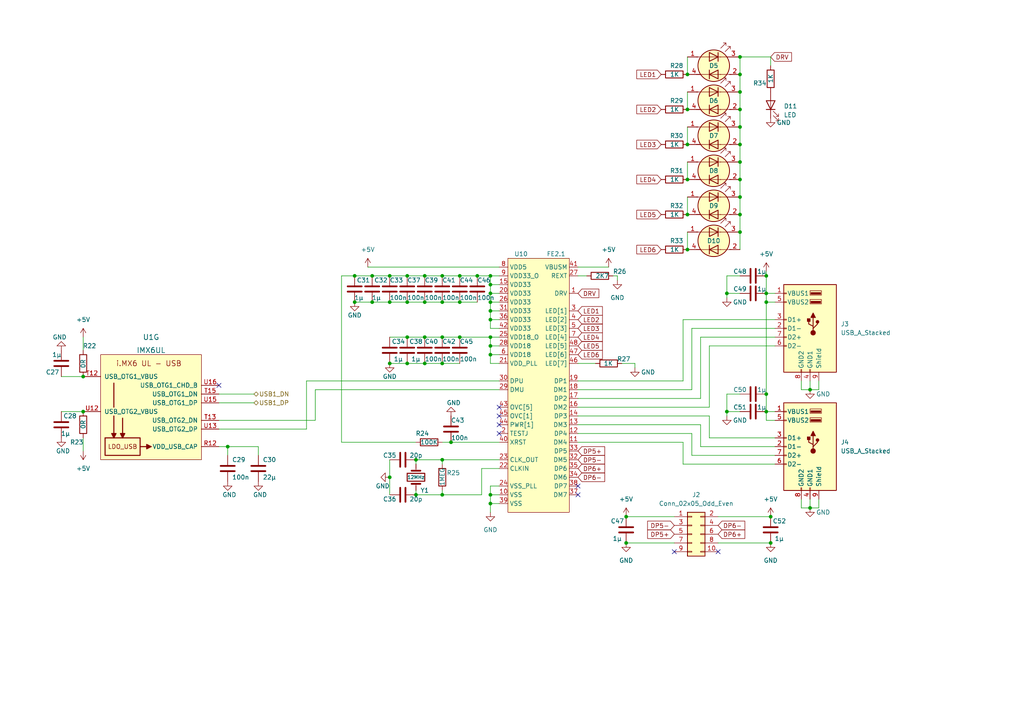
<source format=kicad_sch>
(kicad_sch (version 20211123) (generator eeschema)
  (paper "A4")
  (junction (at 222.25 114.3))
  (junction (at 123.19 80.01))
  (junction (at 133.35 87.63))
  (junction (at 214.63 36.83))
  (junction (at 118.11 97.79))
  (junction (at 222.25 119.38))
  (junction (at 123.19 87.63))
  (junction (at 142.24 92.71))
  (junction (at 214.63 16.51))
  (junction (at 142.24 100.33))
  (junction (at 128.27 97.79))
  (junction (at 130.81 128.27))
  (junction (at 199.39 41.91))
  (junction (at 142.24 102.87))
  (junction (at 107.95 87.63))
  (junction (at 142.24 90.17))
  (junction (at 214.63 26.67))
  (junction (at 222.25 80.01))
  (junction (at 128.27 80.01))
  (junction (at 222.25 85.09))
  (junction (at 199.39 52.07))
  (junction (at 223.52 157.48))
  (junction (at 142.24 85.09))
  (junction (at 138.43 80.01))
  (junction (at 128.27 133.35))
  (junction (at 234.95 147.32))
  (junction (at 118.11 87.63))
  (junction (at 113.03 87.63))
  (junction (at 223.52 149.86))
  (junction (at 214.63 52.07))
  (junction (at 24.13 109.22))
  (junction (at 199.39 62.23))
  (junction (at 128.27 105.41))
  (junction (at 214.63 67.31))
  (junction (at 118.11 105.41))
  (junction (at 181.61 149.86))
  (junction (at 214.63 31.75))
  (junction (at 102.87 87.63))
  (junction (at 210.82 119.38))
  (junction (at 142.24 97.79))
  (junction (at 113.03 80.01))
  (junction (at 123.19 97.79))
  (junction (at 118.11 80.01))
  (junction (at 214.63 57.15))
  (junction (at 142.24 82.55))
  (junction (at 214.63 21.59))
  (junction (at 120.65 143.51))
  (junction (at 214.63 62.23))
  (junction (at 133.35 97.79))
  (junction (at 113.03 138.43))
  (junction (at 210.82 85.09))
  (junction (at 66.04 129.54))
  (junction (at 128.27 143.51))
  (junction (at 142.24 87.63))
  (junction (at 142.24 143.51))
  (junction (at 24.13 119.38))
  (junction (at 142.24 80.01))
  (junction (at 214.63 46.99))
  (junction (at 123.19 105.41))
  (junction (at 102.87 80.01))
  (junction (at 199.39 21.59))
  (junction (at 113.03 105.41))
  (junction (at 142.24 146.05))
  (junction (at 222.25 87.63))
  (junction (at 199.39 72.39))
  (junction (at 199.39 31.75))
  (junction (at 181.61 157.48))
  (junction (at 133.35 80.01))
  (junction (at 214.63 41.91))
  (junction (at 107.95 80.01))
  (junction (at 234.95 113.03))
  (junction (at 120.65 133.35))
  (junction (at 128.27 87.63))
  (no_connect (at 167.64 143.51))
  (no_connect (at 63.5 111.76))
  (no_connect (at 167.64 140.97))
  (no_connect (at 144.78 123.19))
  (no_connect (at 144.78 120.65))
  (no_connect (at 144.78 118.11))
  (no_connect (at 208.28 160.02))
  (no_connect (at 195.58 160.02))
  (no_connect (at 144.78 125.73))
  (wire (pts (xy 199.39 46.99) (xy 199.39 52.07)))
  (wire (pts (xy 222.25 80.01) (xy 222.25 85.09)))
  (wire (pts (xy 24.13 130.81) (xy 24.13 127)))
  (wire (pts (xy 167.64 118.11) (xy 205.74 118.11)))
  (wire (pts (xy 199.39 26.67) (xy 199.39 31.75)))
  (wire (pts (xy 118.11 97.79) (xy 123.19 97.79)))
  (wire (pts (xy 107.95 87.63) (xy 102.87 87.63)))
  (wire (pts (xy 214.63 67.31) (xy 214.63 72.39)))
  (wire (pts (xy 214.63 21.59) (xy 214.63 26.67)))
  (wire (pts (xy 118.11 80.01) (xy 123.19 80.01)))
  (wire (pts (xy 128.27 133.35) (xy 128.27 134.62)))
  (wire (pts (xy 167.64 77.47) (xy 176.53 77.47)))
  (wire (pts (xy 167.64 80.01) (xy 170.18 80.01)))
  (wire (pts (xy 139.7 143.51) (xy 128.27 143.51)))
  (wire (pts (xy 142.24 102.87) (xy 142.24 105.41)))
  (wire (pts (xy 123.19 87.63) (xy 118.11 87.63)))
  (wire (pts (xy 142.24 95.25) (xy 142.24 92.71)))
  (wire (pts (xy 203.2 97.79) (xy 224.79 97.79)))
  (wire (pts (xy 142.24 90.17) (xy 142.24 87.63)))
  (wire (pts (xy 142.24 82.55) (xy 142.24 80.01)))
  (wire (pts (xy 63.5 121.92) (xy 91.44 121.92)))
  (wire (pts (xy 177.8 80.01) (xy 179.07 80.01)))
  (wire (pts (xy 205.74 118.11) (xy 205.74 100.33)))
  (wire (pts (xy 128.27 133.35) (xy 120.65 133.35)))
  (wire (pts (xy 142.24 146.05) (xy 144.78 146.05)))
  (wire (pts (xy 199.39 16.51) (xy 199.39 21.59)))
  (wire (pts (xy 128.27 80.01) (xy 133.35 80.01)))
  (wire (pts (xy 184.15 105.41) (xy 184.15 106.68)))
  (wire (pts (xy 200.66 125.73) (xy 200.66 132.08)))
  (wire (pts (xy 142.24 100.33) (xy 144.78 100.33)))
  (wire (pts (xy 142.24 82.55) (xy 144.78 82.55)))
  (wire (pts (xy 138.43 80.01) (xy 142.24 80.01)))
  (wire (pts (xy 142.24 105.41) (xy 144.78 105.41)))
  (wire (pts (xy 222.25 121.92) (xy 224.79 121.92)))
  (wire (pts (xy 222.25 85.09) (xy 222.25 87.63)))
  (wire (pts (xy 214.63 36.83) (xy 214.63 41.91)))
  (wire (pts (xy 99.06 80.01) (xy 102.87 80.01)))
  (wire (pts (xy 128.27 105.41) (xy 133.35 105.41)))
  (wire (pts (xy 99.06 128.27) (xy 120.65 128.27)))
  (wire (pts (xy 142.24 92.71) (xy 144.78 92.71)))
  (wire (pts (xy 232.41 110.49) (xy 232.41 113.03)))
  (wire (pts (xy 198.12 110.49) (xy 198.12 92.71)))
  (wire (pts (xy 199.39 57.15) (xy 199.39 62.23)))
  (wire (pts (xy 144.78 95.25) (xy 142.24 95.25)))
  (wire (pts (xy 142.24 87.63) (xy 142.24 85.09)))
  (wire (pts (xy 210.82 114.3) (xy 210.82 119.38)))
  (wire (pts (xy 118.11 87.63) (xy 113.03 87.63)))
  (wire (pts (xy 200.66 132.08) (xy 224.79 132.08)))
  (wire (pts (xy 128.27 133.35) (xy 144.78 133.35)))
  (wire (pts (xy 144.78 135.89) (xy 139.7 135.89)))
  (wire (pts (xy 222.25 85.09) (xy 224.79 85.09)))
  (wire (pts (xy 203.2 129.54) (xy 203.2 123.19)))
  (wire (pts (xy 234.95 144.78) (xy 234.95 147.32)))
  (wire (pts (xy 66.04 129.54) (xy 66.04 132.08)))
  (wire (pts (xy 128.27 87.63) (xy 123.19 87.63)))
  (wire (pts (xy 200.66 113.03) (xy 200.66 95.25)))
  (wire (pts (xy 102.87 80.01) (xy 107.95 80.01)))
  (wire (pts (xy 63.5 124.46) (xy 88.9 124.46)))
  (wire (pts (xy 214.63 62.23) (xy 214.63 67.31)))
  (wire (pts (xy 203.2 115.57) (xy 203.2 97.79)))
  (wire (pts (xy 198.12 134.62) (xy 198.12 128.27)))
  (wire (pts (xy 91.44 113.03) (xy 91.44 121.92)))
  (wire (pts (xy 142.24 92.71) (xy 142.24 90.17)))
  (wire (pts (xy 222.25 78.74) (xy 222.25 80.01)))
  (wire (pts (xy 142.24 143.51) (xy 144.78 143.51)))
  (wire (pts (xy 222.25 119.38) (xy 222.25 121.92)))
  (wire (pts (xy 142.24 80.01) (xy 144.78 80.01)))
  (wire (pts (xy 133.35 97.79) (xy 142.24 97.79)))
  (wire (pts (xy 210.82 119.38) (xy 210.82 120.65)))
  (wire (pts (xy 205.74 127) (xy 224.79 127)))
  (wire (pts (xy 181.61 157.48) (xy 195.58 157.48)))
  (wire (pts (xy 130.81 128.27) (xy 144.78 128.27)))
  (wire (pts (xy 167.64 113.03) (xy 200.66 113.03)))
  (wire (pts (xy 223.52 16.51) (xy 223.52 19.05)))
  (wire (pts (xy 210.82 85.09) (xy 210.82 86.36)))
  (wire (pts (xy 113.03 80.01) (xy 118.11 80.01)))
  (wire (pts (xy 113.03 138.43) (xy 113.03 143.51)))
  (wire (pts (xy 123.19 80.01) (xy 128.27 80.01)))
  (wire (pts (xy 234.95 110.49) (xy 234.95 113.03)))
  (wire (pts (xy 128.27 143.51) (xy 120.65 143.51)))
  (wire (pts (xy 106.68 77.47) (xy 144.78 77.47)))
  (wire (pts (xy 222.25 87.63) (xy 222.25 114.3)))
  (wire (pts (xy 139.7 135.89) (xy 139.7 143.51)))
  (wire (pts (xy 198.12 92.71) (xy 224.79 92.71)))
  (wire (pts (xy 214.63 41.91) (xy 214.63 46.99)))
  (wire (pts (xy 63.5 129.54) (xy 66.04 129.54)))
  (wire (pts (xy 237.49 147.32) (xy 237.49 144.78)))
  (wire (pts (xy 66.04 129.54) (xy 74.93 129.54)))
  (wire (pts (xy 214.63 46.99) (xy 214.63 52.07)))
  (wire (pts (xy 199.39 36.83) (xy 199.39 41.91)))
  (wire (pts (xy 179.07 80.01) (xy 179.07 81.28)))
  (wire (pts (xy 234.95 113.03) (xy 237.49 113.03)))
  (wire (pts (xy 167.64 110.49) (xy 198.12 110.49)))
  (wire (pts (xy 144.78 140.97) (xy 142.24 140.97)))
  (wire (pts (xy 24.13 97.79) (xy 24.13 101.6)))
  (wire (pts (xy 142.24 143.51) (xy 142.24 146.05)))
  (wire (pts (xy 113.03 105.41) (xy 118.11 105.41)))
  (wire (pts (xy 232.41 147.32) (xy 234.95 147.32)))
  (wire (pts (xy 232.41 113.03) (xy 234.95 113.03)))
  (wire (pts (xy 74.93 132.08) (xy 74.93 129.54)))
  (wire (pts (xy 113.03 97.79) (xy 118.11 97.79)))
  (wire (pts (xy 210.82 80.01) (xy 210.82 85.09)))
  (wire (pts (xy 120.65 142.24) (xy 120.65 143.51)))
  (wire (pts (xy 214.63 114.3) (xy 210.82 114.3)))
  (wire (pts (xy 142.24 146.05) (xy 142.24 148.59)))
  (wire (pts (xy 208.28 157.48) (xy 223.52 157.48)))
  (wire (pts (xy 214.63 85.09) (xy 210.82 85.09)))
  (wire (pts (xy 198.12 134.62) (xy 224.79 134.62)))
  (wire (pts (xy 142.24 140.97) (xy 142.24 143.51)))
  (wire (pts (xy 128.27 128.27) (xy 130.81 128.27)))
  (wire (pts (xy 142.24 97.79) (xy 142.24 100.33)))
  (wire (pts (xy 198.12 128.27) (xy 167.64 128.27)))
  (wire (pts (xy 214.63 52.07) (xy 214.63 57.15)))
  (wire (pts (xy 133.35 80.01) (xy 138.43 80.01)))
  (wire (pts (xy 205.74 120.65) (xy 205.74 127)))
  (wire (pts (xy 222.25 114.3) (xy 222.25 119.38)))
  (wire (pts (xy 142.24 85.09) (xy 142.24 82.55)))
  (wire (pts (xy 214.63 26.67) (xy 214.63 31.75)))
  (wire (pts (xy 167.64 105.41) (xy 172.72 105.41)))
  (wire (pts (xy 167.64 120.65) (xy 205.74 120.65)))
  (wire (pts (xy 138.43 87.63) (xy 133.35 87.63)))
  (wire (pts (xy 214.63 119.38) (xy 210.82 119.38)))
  (wire (pts (xy 142.24 85.09) (xy 144.78 85.09)))
  (wire (pts (xy 142.24 87.63) (xy 144.78 87.63)))
  (wire (pts (xy 214.63 80.01) (xy 210.82 80.01)))
  (wire (pts (xy 234.95 147.32) (xy 237.49 147.32)))
  (wire (pts (xy 128.27 97.79) (xy 133.35 97.79)))
  (wire (pts (xy 222.25 119.38) (xy 224.79 119.38)))
  (wire (pts (xy 222.25 87.63) (xy 224.79 87.63)))
  (wire (pts (xy 167.64 115.57) (xy 203.2 115.57)))
  (wire (pts (xy 181.61 149.86) (xy 195.58 149.86)))
  (wire (pts (xy 128.27 142.24) (xy 128.27 143.51)))
  (wire (pts (xy 214.63 16.51) (xy 223.52 16.51)))
  (wire (pts (xy 144.78 113.03) (xy 91.44 113.03)))
  (wire (pts (xy 144.78 110.49) (xy 88.9 110.49)))
  (wire (pts (xy 107.95 80.01) (xy 113.03 80.01)))
  (wire (pts (xy 144.78 97.79) (xy 142.24 97.79)))
  (wire (pts (xy 133.35 87.63) (xy 128.27 87.63)))
  (wire (pts (xy 214.63 31.75) (xy 214.63 36.83)))
  (wire (pts (xy 113.03 133.35) (xy 113.03 138.43)))
  (wire (pts (xy 123.19 105.41) (xy 128.27 105.41)))
  (wire (pts (xy 199.39 67.31) (xy 199.39 72.39)))
  (wire (pts (xy 214.63 57.15) (xy 214.63 62.23)))
  (wire (pts (xy 203.2 123.19) (xy 167.64 123.19)))
  (wire (pts (xy 113.03 87.63) (xy 107.95 87.63)))
  (wire (pts (xy 99.06 128.27) (xy 99.06 80.01)))
  (wire (pts (xy 208.28 149.86) (xy 223.52 149.86)))
  (wire (pts (xy 63.5 114.3) (xy 73.66 114.3)))
  (wire (pts (xy 120.65 133.35) (xy 120.65 134.62)))
  (wire (pts (xy 203.2 129.54) (xy 224.79 129.54)))
  (wire (pts (xy 142.24 90.17) (xy 144.78 90.17)))
  (wire (pts (xy 123.19 97.79) (xy 128.27 97.79)))
  (wire (pts (xy 17.78 119.38) (xy 24.13 119.38)))
  (wire (pts (xy 237.49 113.03) (xy 237.49 110.49)))
  (wire (pts (xy 63.5 116.84) (xy 73.66 116.84)))
  (wire (pts (xy 88.9 110.49) (xy 88.9 124.46)))
  (wire (pts (xy 200.66 95.25) (xy 224.79 95.25)))
  (wire (pts (xy 180.34 105.41) (xy 184.15 105.41)))
  (wire (pts (xy 232.41 144.78) (xy 232.41 147.32)))
  (wire (pts (xy 142.24 102.87) (xy 144.78 102.87)))
  (wire (pts (xy 118.11 105.41) (xy 123.19 105.41)))
  (wire (pts (xy 214.63 16.51) (xy 214.63 21.59)))
  (wire (pts (xy 17.78 109.22) (xy 24.13 109.22)))
  (wire (pts (xy 167.64 125.73) (xy 200.66 125.73)))
  (wire (pts (xy 142.24 100.33) (xy 142.24 102.87)))
  (wire (pts (xy 205.74 100.33) (xy 224.79 100.33)))
  (global_label "LED2" (shape input) (at 191.77 31.75 180) (property "Intersheet References" "${INTERSHEET_REFS}" (effects hide)))
  (global_label "DRV" (shape input) (at 223.52 16.51 0) (property "Intersheet References" "${INTERSHEET_REFS}" (effects hide)))
  (global_label "DP6+" (shape input) (at 167.64 135.89 0) (property "Intersheet References" "${INTERSHEET_REFS}" (effects hide)))
  (global_label "LED2" (shape input) (at 167.64 92.71 0) (property "Intersheet References" "${INTERSHEET_REFS}" (effects hide)))
  (global_label "DP6-" (shape input) (at 208.28 152.4 0) (property "Intersheet References" "${INTERSHEET_REFS}" (effects hide)))
  (global_label "LED6" (shape input) (at 167.64 102.87 0) (property "Intersheet References" "${INTERSHEET_REFS}" (effects hide)))
  (global_label "LED3" (shape input) (at 167.64 95.25 0) (property "Intersheet References" "${INTERSHEET_REFS}" (effects hide)))
  (global_label "LED3" (shape input) (at 191.77 41.91 180) (property "Intersheet References" "${INTERSHEET_REFS}" (effects hide)))
  (global_label "DP5-" (shape input) (at 167.64 133.35 0) (property "Intersheet References" "${INTERSHEET_REFS}" (effects hide)))
  (global_label "LED4" (shape input) (at 167.64 97.79 0) (property "Intersheet References" "${INTERSHEET_REFS}" (effects hide)))
  (global_label "LED6" (shape input) (at 191.77 72.39 180) (property "Intersheet References" "${INTERSHEET_REFS}" (effects hide)))
  (global_label "LED5" (shape input) (at 167.64 100.33 0) (property "Intersheet References" "${INTERSHEET_REFS}" (effects hide)))
  (global_label "DP6-" (shape input) (at 167.64 138.43 0) (property "Intersheet References" "${INTERSHEET_REFS}" (effects hide)))
  (global_label "DP5-" (shape input) (at 195.58 152.4 180) (property "Intersheet References" "${INTERSHEET_REFS}" (effects hide)))
  (global_label "DP6+" (shape input) (at 208.28 154.94 0) (property "Intersheet References" "${INTERSHEET_REFS}" (effects hide)))
  (global_label "LED5" (shape input) (at 191.77 62.23 180) (property "Intersheet References" "${INTERSHEET_REFS}" (effects hide)))
  (global_label "LED1" (shape input) (at 167.64 90.17 0) (property "Intersheet References" "${INTERSHEET_REFS}" (effects hide)))
  (global_label "DP5+" (shape input) (at 195.58 154.94 180) (property "Intersheet References" "${INTERSHEET_REFS}" (effects hide)))
  (global_label "DP5+" (shape input) (at 167.64 130.81 0) (property "Intersheet References" "${INTERSHEET_REFS}" (effects hide)))
  (global_label "DRV" (shape input) (at 167.64 85.09 0) (property "Intersheet References" "${INTERSHEET_REFS}" (effects hide)))
  (global_label "LED4" (shape input) (at 191.77 52.07 180) (property "Intersheet References" "${INTERSHEET_REFS}" (effects hide)))
  (global_label "LED1" (shape input) (at 191.77 21.59 180) (property "Intersheet References" "${INTERSHEET_REFS}" (effects hide)))
  (hierarchical_label "USB1_DN" (shape bidirectional) (at 73.66 114.3 0))
  (hierarchical_label "USB1_DP" (shape bidirectional) (at 73.66 116.84 0))
  (symbol (lib_id "Device:R") (at 24.13 105.41 180) (unit 1)
    (property "Reference" "R22" (at 27.94 100.33 0) (effects (justify left)))
    (property "Value" "0R" (at 24.13 104.14 90) (effects (justify left)))
    (property "Footprint" "Resistor_SMD:R_0402_1005Metric" (effects hide))
  )
  (symbol (lib_id "Device:C") (at 113.03 101.6 0) (unit 1)
    (property "Reference" "C34" (at 115.57 99.06 0))
    (property "Value" "1µ" (at 115.57 104.14 0))
    (property "Footprint" "Capacitor_SMD:C_0402_1005Metric" (effects hide))
    (property "LCSC" "C5142580" (effects hide))
  )
  (symbol (lib_id "Device:R") (at 195.58 52.07 270) (unit 1)
    (property "Reference" "R31" (at 194.31 49.53 90) (effects (justify left)))
    (property "Value" "1K" (at 194.31 52.07 90) (effects (justify left)))
    (property "Footprint" "Resistor_SMD:R_0402_1005Metric" (effects hide))
  )
  (symbol (lib_id "TheBrutzlers_Lib:LED_Dual_LED") (at 207.01 59.69 0) (unit 1)
    (property "Reference" "D9" (at 207.01 59.69 0))
    (property "Value" "LED_Dual_LED" (effects hide))
    (property "Footprint" "TheBrutzlers_Lib:DUAL_LED_0603" (effects hide))
    (property "LCSC" "C364568" (effects hide))
  )
  (symbol (lib_id "power:GND") (at 113.03 105.41 0) (unit 1)
    (property "Reference" "#PWR057" (effects hide))
    (property "Value" "GND" (at 113.03 109.22 0))
  )
  (symbol (lib_id "Device:C") (at 138.43 83.82 0) (unit 1)
    (property "Reference" "C46" (at 138.43 81.28 0) (effects (justify left)))
    (property "Value" "100n" (at 138.43 86.36 0) (effects (justify left)))
    (property "Footprint" "Capacitor_SMD:C_0402_1005Metric" (effects hide))
    (property "LCSC" "C83056" (effects hide))
  )
  (symbol (lib_id "power:GND") (at 234.95 113.03 0) (unit 1)
    (property "Reference" "#PWR072" (effects hide))
    (property "Value" "GND" (at 238.76 114.3 0))
  )
  (symbol (lib_id "Device:R") (at 195.58 31.75 270) (unit 1)
    (property "Reference" "R29" (at 194.31 29.21 90) (effects (justify left)))
    (property "Value" "1K" (at 194.31 31.75 90) (effects (justify left)))
    (property "Footprint" "Resistor_SMD:R_0402_1005Metric" (effects hide))
  )
  (symbol (lib_id "power:GND") (at 223.52 34.29 0) (unit 1)
    (property "Reference" "#PWR069" (effects hide))
    (property "Value" "GND" (at 227.33 35.56 0))
  )
  (symbol (lib_id "Device:C") (at 123.19 101.6 0) (unit 1)
    (property "Reference" "C40" (at 123.19 99.06 0) (effects (justify left)))
    (property "Value" "100n" (at 123.19 104.14 0) (effects (justify left)))
    (property "Footprint" "Capacitor_SMD:C_0402_1005Metric" (effects hide))
    (property "LCSC" "C83056" (effects hide))
  )
  (symbol (lib_id "Device:C") (at 74.93 135.89 0) (unit 1)
    (property "Reference" "C30" (at 76.2 133.35 0) (effects (justify left)))
    (property "Value" "22µ" (at 76.2 138.43 0) (effects (justify left)))
    (property "Footprint" "Capacitor_SMD:C_0603_1608Metric" (effects hide))
    (property "LCSC" "C2762594" (effects hide))
  )
  (symbol (lib_id "power:GND") (at 130.81 120.65 180) (unit 1)
    (property "Reference" "#PWR059" (effects hide))
    (property "Value" "GND" (at 129.54 116.84 0) (effects (justify right)))
  )
  (symbol (lib_id "Device:R") (at 195.58 72.39 270) (unit 1)
    (property "Reference" "R33" (at 194.31 69.85 90) (effects (justify left)))
    (property "Value" "1K" (at 194.31 72.39 90) (effects (justify left)))
    (property "Footprint" "Resistor_SMD:R_0402_1005Metric" (effects hide))
  )
  (symbol (lib_id "power:GND") (at 234.95 147.32 0) (unit 1)
    (property "Reference" "#PWR073" (effects hide))
    (property "Value" "GND" (at 238.76 148.59 0))
  )
  (symbol (lib_id "Device:C") (at 218.44 85.09 270) (unit 1)
    (property "Reference" "C49" (at 214.63 83.82 90))
    (property "Value" "1µ" (at 220.98 83.82 90))
    (property "Footprint" "Capacitor_SMD:C_0402_1005Metric" (effects hide))
    (property "LCSC" "C5142580" (effects hide))
  )
  (symbol (lib_id "TheBrutzlers_Lib:LED_Dual_LED") (at 207.01 49.53 0) (unit 1)
    (property "Reference" "D8" (at 207.01 49.53 0))
    (property "Value" "LED_Dual_LED" (effects hide))
    (property "Footprint" "TheBrutzlers_Lib:DUAL_LED_0603" (effects hide))
    (property "LCSC" "C364568" (effects hide))
  )
  (symbol (lib_id "TheBrutzlers_Lib:LED_Dual_LED") (at 207.01 19.05 0) (unit 1)
    (property "Reference" "D5" (at 207.01 19.05 0))
    (property "Value" "LED_Dual_LED" (effects hide))
    (property "Footprint" "TheBrutzlers_Lib:DUAL_LED_0603" (effects hide))
    (property "LCSC" "C364568" (effects hide))
  )
  (symbol (lib_id "Device:C") (at 17.78 105.41 180) (unit 1)
    (property "Reference" "C27" (at 15.24 107.95 0))
    (property "Value" "1µ" (at 16.51 102.87 0))
    (property "Footprint" "Capacitor_SMD:C_0402_1005Metric" (effects hide))
    (property "LCSC" "C5142580" (effects hide))
  )
  (symbol (lib_id "Device:C") (at 118.11 83.82 0) (unit 1)
    (property "Reference" "C37" (at 118.11 81.28 0) (effects (justify left)))
    (property "Value" "100n" (at 118.11 86.36 0) (effects (justify left)))
    (property "Footprint" "Capacitor_SMD:C_0402_1005Metric" (effects hide))
    (property "LCSC" "C83056" (effects hide))
  )
  (symbol (lib_id "Device:R") (at 173.99 80.01 270) (unit 1)
    (property "Reference" "R26" (at 177.8 78.74 90) (effects (justify left)))
    (property "Value" "2K7" (at 172.72 80.01 90) (effects (justify left)))
    (property "Footprint" "Resistor_SMD:R_0402_1005Metric" (effects hide))
    (property "LCSC" "C140189" (effects hide))
  )
  (symbol (lib_id "Device:C") (at 66.04 135.89 0) (unit 1)
    (property "Reference" "C29" (at 67.31 133.35 0) (effects (justify left)))
    (property "Value" "100n" (at 67.31 138.43 0) (effects (justify left)))
    (property "Footprint" "Capacitor_SMD:C_0402_1005Metric" (effects hide))
    (property "LCSC" "C83056" (effects hide))
  )
  (symbol (lib_id "Device:R") (at 223.52 22.86 0) (unit 1)
    (property "Reference" "R34" (at 218.44 24.13 0) (effects (justify left)))
    (property "Value" "1K" (at 223.52 24.13 90) (effects (justify left)))
    (property "Footprint" "Resistor_SMD:R_0402_1005Metric" (effects hide))
  )
  (symbol (lib_id "Connector:USB_A_Stacked") (at 234.95 129.54 0) (mirror y) (unit 1)
    (property "Reference" "J4" (at 243.84 128.2699 0) (effects (justify right)))
    (property "Value" "USB_A_Stacked" (at 243.84 130.8099 0) (effects (justify right)))
    (property "Footprint" "Connector_USB:USB_A_Wuerth_61400826021_Horizontal_Stacked" (effects hide))
    (property "LCSC" "C2979073" (effects hide))
  )
  (symbol (lib_id "Device:R") (at 124.46 128.27 90) (unit 1)
    (property "Reference" "R24" (at 124.46 125.73 90) (effects (justify left)))
    (property "Value" "100K" (at 127 128.27 90) (effects (justify left)))
    (property "Footprint" "Resistor_SMD:R_0402_1005Metric" (effects hide))
  )
  (symbol (lib_id "power:+5V") (at 222.25 78.74 0) (unit 1)
    (property "Reference" "#PWR068" (effects hide))
    (property "Value" "+5V" (at 222.25 73.66 0))
  )
  (symbol (lib_id "Device:C") (at 116.84 133.35 90) (unit 1)
    (property "Reference" "C35" (at 113.03 132.08 90))
    (property "Value" "20p" (at 120.65 132.08 90))
    (property "Footprint" "Capacitor_SMD:C_0402_1005Metric" (effects hide))
    (property "LCSC" "C880615" (effects hide))
  )
  (symbol (lib_id "power:GND") (at 66.04 139.7 0) (unit 1)
    (property "Reference" "#PWR053" (effects hide))
    (property "Value" "GND" (at 68.58 143.51 0) (effects (justify right)))
  )
  (symbol (lib_id "Device:C") (at 107.95 83.82 0) (unit 1)
    (property "Reference" "C32" (at 110.49 81.28 0))
    (property "Value" "1µ" (at 109.22 86.36 0))
    (property "Footprint" "Capacitor_SMD:C_0402_1005Metric" (effects hide))
    (property "LCSC" "C5142580" (effects hide))
  )
  (symbol (lib_id "TheBrutzlers_Lib:IMX6UL") (at 43.18 102.87 0) (unit 7)
    (property "Reference" "U1" (at 43.815 97.79 0) (effects (font (size 1.524 1.524))))
    (property "Value" "IMX6UL" (at 43.815 101.6 0) (effects (font (size 1.524 1.524))))
    (property "Footprint" "TheBrutzlers_Lib:IMX6UL_BGA289" (effects hide))
    (property "Datasheet" "https://www.mouser.de/datasheet/2/302/IMX6ULLIEC-1126297.pdf" (effects hide))
    (property "LCSC" "C414042" (effects hide))
  )
  (symbol (lib_id "power:+5V") (at 223.52 149.86 0) (unit 1)
    (property "Reference" "#PWR070" (effects hide))
    (property "Value" "+5V" (at 223.52 144.78 0))
  )
  (symbol (lib_id "Device:C") (at 123.19 83.82 0) (unit 1)
    (property "Reference" "C39" (at 123.19 81.28 0) (effects (justify left)))
    (property "Value" "100n" (at 123.19 86.36 0) (effects (justify left)))
    (property "Footprint" "Capacitor_SMD:C_0402_1005Metric" (effects hide))
    (property "LCSC" "C83056" (effects hide))
  )
  (symbol (lib_id "TheBrutzlers_Lib:LED_Dual_LED") (at 207.01 29.21 0) (unit 1)
    (property "Reference" "D6" (at 207.01 29.21 0))
    (property "Value" "LED_Dual_LED" (effects hide))
    (property "Footprint" "TheBrutzlers_Lib:DUAL_LED_0603" (effects hide))
    (property "LCSC" "C364568" (effects hide))
  )
  (symbol (lib_id "Device:C") (at 116.84 143.51 90) (unit 1)
    (property "Reference" "C36" (at 113.03 144.78 90))
    (property "Value" "20p" (at 120.65 144.78 90))
    (property "Footprint" "Capacitor_SMD:C_0402_1005Metric" (effects hide))
    (property "LCSC" "C880615" (effects hide))
  )
  (symbol (lib_id "Device:C") (at 128.27 101.6 0) (unit 1)
    (property "Reference" "C42" (at 128.27 99.06 0) (effects (justify left)))
    (property "Value" "100n" (at 128.27 104.14 0) (effects (justify left)))
    (property "Footprint" "Capacitor_SMD:C_0402_1005Metric" (effects hide))
    (property "LCSC" "C83056" (effects hide))
  )
  (symbol (lib_id "Device:R") (at 128.27 138.43 0) (unit 1)
    (property "Reference" "R25" (at 129.54 137.16 0) (effects (justify left)))
    (property "Value" "1MEG" (at 128.27 140.97 90) (effects (justify left)))
    (property "Footprint" "Resistor_SMD:R_0402_1005Metric" (effects hide))
    (property "LCSC" "C2909328" (effects hide))
  )
  (symbol (lib_id "power:GND") (at 210.82 120.65 0) (unit 1)
    (property "Reference" "#PWR067" (effects hide))
    (property "Value" "GND" (at 214.63 121.92 0))
  )
  (symbol (lib_id "power:GND") (at 17.78 101.6 180) (unit 1)
    (property "Reference" "#PWR049" (effects hide))
    (property "Value" "GND" (at 15.24 97.79 0) (effects (justify right)))
  )
  (symbol (lib_id "Device:C") (at 118.11 101.6 0) (unit 1)
    (property "Reference" "C38" (at 120.65 99.06 0))
    (property "Value" "1µ" (at 120.65 104.14 0))
    (property "Footprint" "Capacitor_SMD:C_0402_1005Metric" (effects hide))
    (property "LCSC" "C5142580" (effects hide))
  )
  (symbol (lib_id "TheBrutzlers_Lib:LED_Dual_LED") (at 207.01 39.37 0) (unit 1)
    (property "Reference" "D7" (at 207.01 39.37 0))
    (property "Value" "LED_Dual_LED" (effects hide))
    (property "Footprint" "TheBrutzlers_Lib:DUAL_LED_0603" (effects hide))
    (property "LCSC" "C364568" (effects hide))
  )
  (symbol (lib_id "Device:C") (at 218.44 80.01 270) (unit 1)
    (property "Reference" "C48" (at 214.63 78.74 90))
    (property "Value" "1µ" (at 220.98 78.74 90))
    (property "Footprint" "Capacitor_SMD:C_0402_1005Metric" (effects hide))
    (property "LCSC" "C5142580" (effects hide))
  )
  (symbol (lib_id "power:+5V") (at 176.53 77.47 0) (unit 1)
    (property "Reference" "#PWR061" (effects hide))
    (property "Value" "+5V" (at 176.53 72.39 0))
  )
  (symbol (lib_id "power:GND") (at 210.82 86.36 0) (unit 1)
    (property "Reference" "#PWR066" (effects hide))
    (property "Value" "GND" (at 214.63 87.63 0))
  )
  (symbol (lib_id "Connector_Generic:Conn_02x05_Odd_Even") (at 200.66 154.94 0) (unit 1)
    (property "Reference" "J2" (at 201.93 143.51 0))
    (property "Value" "Conn_02x05_Odd_Even" (at 201.93 146.05 0))
    (property "Footprint" "Connector_PinHeader_2.54mm:PinHeader_2x05_P2.54mm_Vertical" (effects hide))
  )
  (symbol (lib_id "Device:C") (at 130.81 124.46 0) (unit 1)
    (property "Reference" "C43" (at 130.81 121.92 0) (effects (justify left)))
    (property "Value" "100n" (at 130.81 127 0) (effects (justify left)))
    (property "Footprint" "Capacitor_SMD:C_0402_1005Metric" (effects hide))
    (property "LCSC" "C83056" (effects hide))
  )
  (symbol (lib_id "power:GND") (at 113.03 138.43 270) (unit 1)
    (property "Reference" "#PWR058" (effects hide))
    (property "Value" "GND" (at 113.03 140.97 90) (effects (justify right)))
  )
  (symbol (lib_id "Device:C") (at 133.35 83.82 0) (unit 1)
    (property "Reference" "C44" (at 133.35 81.28 0) (effects (justify left)))
    (property "Value" "100n" (at 133.35 86.36 0) (effects (justify left)))
    (property "Footprint" "Capacitor_SMD:C_0402_1005Metric" (effects hide))
    (property "LCSC" "C83056" (effects hide))
  )
  (symbol (lib_id "power:+5V") (at 24.13 130.81 180) (unit 1)
    (property "Reference" "#PWR052" (effects hide))
    (property "Value" "+5V" (at 24.13 135.89 0))
  )
  (symbol (lib_id "power:GND") (at 74.93 139.7 0) (unit 1)
    (property "Reference" "#PWR054" (effects hide))
    (property "Value" "GND" (at 77.47 143.51 0) (effects (justify right)))
  )
  (symbol (lib_id "Device:C") (at 102.87 83.82 0) (unit 1)
    (property "Reference" "C31" (at 105.41 81.28 0))
    (property "Value" "1µ" (at 104.14 86.36 0))
    (property "Footprint" "Capacitor_SMD:C_0402_1005Metric" (effects hide))
    (property "LCSC" "C5142580" (effects hide))
  )
  (symbol (lib_id "Device:R") (at 195.58 62.23 270) (unit 1)
    (property "Reference" "R32" (at 194.31 59.69 90) (effects (justify left)))
    (property "Value" "1K" (at 194.31 62.23 90) (effects (justify left)))
    (property "Footprint" "Resistor_SMD:R_0402_1005Metric" (effects hide))
  )
  (symbol (lib_id "Device:LED") (at 223.52 30.48 90) (unit 1)
    (property "Reference" "D11" (at 227.33 30.7974 90) (effects (justify right)))
    (property "Value" "LED" (at 227.33 33.3374 90) (effects (justify right)))
    (property "Footprint" "LED_SMD:LED_0402_1005Metric" (effects hide))
    (property "LCSC" "C965795" (effects hide))
  )
  (symbol (lib_id "Device:C") (at 223.52 153.67 0) (unit 1)
    (property "Reference" "C52" (at 226.06 151.13 0))
    (property "Value" "1µ" (at 226.06 156.21 0))
    (property "Footprint" "Capacitor_SMD:C_0402_1005Metric" (effects hide))
    (property "LCSC" "C5142580" (effects hide))
  )
  (symbol (lib_id "Device:C") (at 113.03 83.82 0) (unit 1)
    (property "Reference" "C33" (at 113.03 81.28 0) (effects (justify left)))
    (property "Value" "100n" (at 113.03 86.36 0) (effects (justify left)))
    (property "Footprint" "Capacitor_SMD:C_0402_1005Metric" (effects hide))
    (property "LCSC" "C83056" (effects hide))
  )
  (symbol (lib_id "TheBrutzlers_Lib:LED_Dual_LED") (at 207.01 69.85 0) (unit 1)
    (property "Reference" "D10" (at 207.01 69.85 0))
    (property "Value" "LED_Dual_LED" (effects hide))
    (property "Footprint" "TheBrutzlers_Lib:DUAL_LED_0603" (effects hide))
    (property "LCSC" "C364568" (effects hide))
  )
  (symbol (lib_id "Device:R") (at 195.58 21.59 270) (unit 1)
    (property "Reference" "R28" (at 194.31 19.05 90) (effects (justify left)))
    (property "Value" "1K" (at 194.31 21.59 90) (effects (justify left)))
    (property "Footprint" "Resistor_SMD:R_0402_1005Metric" (effects hide))
  )
  (symbol (lib_id "power:GND") (at 181.61 157.48 0) (unit 1)
    (property "Reference" "#PWR064" (effects hide))
    (property "Value" "GND" (at 181.61 162.56 0))
  )
  (symbol (lib_id "Device:Crystal") (at 120.65 138.43 90) (unit 1)
    (property "Reference" "Y1" (at 121.92 142.24 90) (effects (justify right)))
    (property "Value" "12MHz" (at 118.11 138.43 90) (effects (font (size 1 1)) (justify right)))
    (property "Footprint" "Crystal:Crystal_SMD_ECS_CSM3X-2Pin_7.6x4.1mm" (effects hide))
    (property "LCSC" "C555582" (effects hide))
  )
  (symbol (lib_id "Device:C") (at 133.35 101.6 0) (unit 1)
    (property "Reference" "C45" (at 133.35 99.06 0) (effects (justify left)))
    (property "Value" "100n" (at 133.35 104.14 0) (effects (justify left)))
    (property "Footprint" "Capacitor_SMD:C_0402_1005Metric" (effects hide))
    (property "LCSC" "C83056" (effects hide))
  )
  (symbol (lib_id "power:GND") (at 184.15 106.68 0) (unit 1)
    (property "Reference" "#PWR065" (effects hide))
    (property "Value" "GND" (at 187.96 107.95 0))
  )
  (symbol (lib_id "power:GND") (at 223.52 157.48 0) (unit 1)
    (property "Reference" "#PWR071" (effects hide))
    (property "Value" "GND" (at 223.52 162.56 0))
  )
  (symbol (lib_id "Device:C") (at 181.61 153.67 0) (unit 1)
    (property "Reference" "C47" (at 179.07 151.13 0))
    (property "Value" "1µ" (at 179.07 156.21 0))
    (property "Footprint" "Capacitor_SMD:C_0402_1005Metric" (effects hide))
    (property "LCSC" "C5142580" (effects hide))
  )
  (symbol (lib_id "Device:R") (at 176.53 105.41 90) (unit 1)
    (property "Reference" "R27" (at 182.88 104.14 90) (effects (justify left)))
    (property "Value" "1K" (at 177.8 105.41 90) (effects (justify left)))
    (property "Footprint" "Resistor_SMD:R_0402_1005Metric" (effects hide))
  )
  (symbol (lib_id "Device:R") (at 24.13 123.19 0) (unit 1)
    (property "Reference" "R23" (at 20.32 128.27 0) (effects (justify left)))
    (property "Value" "0R" (at 24.13 124.46 90) (effects (justify left)))
    (property "Footprint" "Resistor_SMD:R_0402_1005Metric" (effects hide))
  )
  (symbol (lib_id "power:+5V") (at 181.61 149.86 0) (unit 1)
    (property "Reference" "#PWR063" (effects hide))
    (property "Value" "+5V" (at 181.61 144.78 0))
  )
  (symbol (lib_id "Device:C") (at 128.27 83.82 0) (unit 1)
    (property "Reference" "C41" (at 128.27 81.28 0) (effects (justify left)))
    (property "Value" "100n" (at 128.27 86.36 0) (effects (justify left)))
    (property "Footprint" "Capacitor_SMD:C_0402_1005Metric" (effects hide))
    (property "LCSC" "C83056" (effects hide))
  )
  (symbol (lib_id "Device:C") (at 218.44 114.3 270) (unit 1)
    (property "Reference" "C50" (at 214.63 113.03 90))
    (property "Value" "1µ" (at 220.98 113.03 90))
    (property "Footprint" "Capacitor_SMD:C_0402_1005Metric" (effects hide))
    (property "LCSC" "C5142580" (effects hide))
  )
  (symbol (lib_id "Device:C") (at 17.78 123.19 0) (unit 1)
    (property "Reference" "C28" (at 20.32 120.65 0))
    (property "Value" "1µ" (at 19.05 125.73 0))
    (property "Footprint" "Capacitor_SMD:C_0402_1005Metric" (effects hide))
    (property "LCSC" "C5142580" (effects hide))
  )
  (symbol (lib_id "TheBrutzlers_Lib:FE2.1") (at 157.48 107.95 0) (unit 1)
    (property "Reference" "U10" (at 151.13 73.66 0))
    (property "Value" "FE2.1" (at 161.29 73.66 0))
    (property "Footprint" "Package_QFP:LQFP-48_7x7mm_P0.5mm" (effects hide))
    (property "Datasheet" "https://datasheet.lcsc.com/lcsc/2208041530_Terminus-Tech-FE2-1_C39693.pdf" (effects hide))
    (property "LCSC" "C39693" (effects hide))
  )
  (symbol (lib_id "Device:C") (at 218.44 119.38 270) (unit 1)
    (property "Reference" "C51" (at 214.63 118.11 90))
    (property "Value" "1µ" (at 220.98 118.11 90))
    (property "Footprint" "Capacitor_SMD:C_0402_1005Metric" (effects hide))
    (property "LCSC" "C5142580" (effects hide))
  )
  (symbol (lib_id "power:+5V") (at 24.13 97.79 0) (unit 1)
    (property "Reference" "#PWR051" (effects hide))
    (property "Value" "+5V" (at 24.13 92.71 0))
  )
  (symbol (lib_id "power:GND") (at 17.78 127 0) (unit 1)
    (property "Reference" "#PWR050" (effects hide))
    (property "Value" "GND" (at 20.32 130.81 0) (effects (justify right)))
  )
  (symbol (lib_id "power:+5V") (at 106.68 77.47 0) (unit 1)
    (property "Reference" "#PWR056" (effects hide))
    (property "Value" "+5V" (at 106.68 72.39 0))
  )
  (symbol (lib_id "Connector:USB_A_Stacked") (at 234.95 95.25 0) (mirror y) (unit 1)
    (property "Reference" "J3" (at 243.84 93.9799 0) (effects (justify right)))
    (property "Value" "USB_A_Stacked" (at 243.84 96.5199 0) (effects (justify right)))
    (property "Footprint" "Connector_USB:USB_A_Wuerth_61400826021_Horizontal_Stacked" (effects hide))
    (property "LCSC" "C2979073" (effects hide))
  )
  (symbol (lib_id "power:GND") (at 179.07 81.28 0) (unit 1)
    (property "Reference" "#PWR062" (effects hide))
    (property "Value" "GND" (at 179.07 86.36 0))
  )
  (symbol (lib_id "power:GND") (at 142.24 148.59 0) (unit 1)
    (property "Reference" "#PWR060" (effects hide))
    (property "Value" "GND" (at 142.24 153.67 0))
  )
  (symbol (lib_id "power:GND") (at 102.87 87.63 0) (unit 1)
    (property "Reference" "#PWR055" (effects hide))
    (property "Value" "GND" (at 102.87 91.44 0))
  )
  (symbol (lib_id "Device:R") (at 195.58 41.91 270) (unit 1)
    (property "Reference" "R30" (at 194.31 39.37 90) (effects (justify left)))
    (property "Value" "1K" (at 194.31 41.91 90) (effects (justify left)))
    (property "Footprint" "Resistor_SMD:R_0402_1005Metric" (effects hide))
  )
)
</source>
